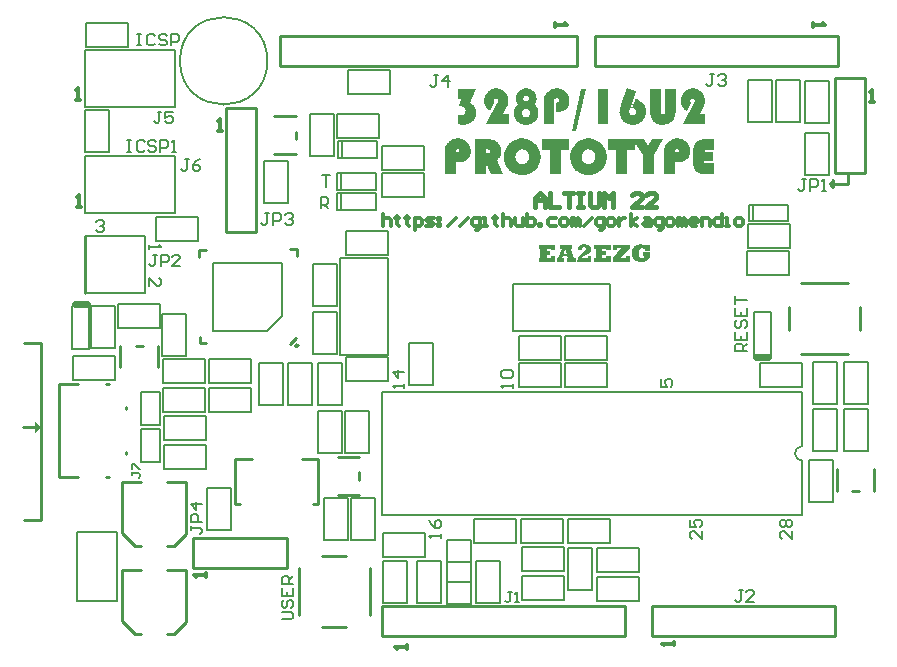
<source format=gto>
G04*
G04 #@! TF.GenerationSoftware,Altium Limited,Altium Designer,22.5.1 (42)*
G04*
G04 Layer_Color=65535*
%FSLAX44Y44*%
%MOMM*%
G71*
G04*
G04 #@! TF.SameCoordinates,34FB0FCD-49E4-40E2-9EDC-7902339FC661*
G04*
G04*
G04 #@! TF.FilePolarity,Positive*
G04*
G01*
G75*
%ADD10C,0.2540*%
%ADD11C,0.2000*%
%ADD12C,0.6000*%
%ADD13C,0.3000*%
%ADD14C,0.4000*%
G36*
X-25000Y190000D02*
X-30000Y185000D01*
Y195000D01*
X-25000Y190000D01*
D02*
G37*
G36*
X457602Y339811D02*
X453807D01*
Y340991D01*
X450521D01*
Y338770D01*
X453368D01*
Y335831D01*
X450521D01*
Y333471D01*
X453807D01*
Y334605D01*
X457602D01*
Y330000D01*
X443788D01*
Y333448D01*
X444922D01*
Y340991D01*
X443788D01*
Y344462D01*
X457602D01*
Y339811D01*
D02*
G37*
G36*
X410814D02*
X407019D01*
Y340991D01*
X403734D01*
Y338770D01*
X406580D01*
Y335831D01*
X403734D01*
Y333471D01*
X407019D01*
Y334605D01*
X410814D01*
Y330000D01*
X397000D01*
Y333448D01*
X398134D01*
Y340991D01*
X397000D01*
Y344462D01*
X410814D01*
Y339811D01*
D02*
G37*
G36*
X483402Y344717D02*
X483634Y344693D01*
X483888Y344670D01*
X484189Y344624D01*
X484490Y344578D01*
X485161Y344416D01*
X485508Y344323D01*
X485855Y344184D01*
X486202Y344022D01*
X486549Y343861D01*
X486850Y343652D01*
X487151Y343421D01*
Y344462D01*
X490622D01*
Y339395D01*
X487151D01*
X487128Y339441D01*
X487058Y339557D01*
X486966Y339719D01*
X486827Y339927D01*
X486665Y340158D01*
X486457Y340390D01*
X486202Y340598D01*
X485948Y340806D01*
X485925Y340829D01*
X485832Y340876D01*
X485670Y340968D01*
X485462Y341061D01*
X485207Y341130D01*
X484930Y341223D01*
X484606Y341269D01*
X484235Y341292D01*
X484097D01*
X484004Y341269D01*
X483773Y341246D01*
X483472Y341176D01*
X483148Y341084D01*
X482801Y340922D01*
X482500Y340690D01*
X482222Y340390D01*
X482199Y340343D01*
X482176Y340297D01*
X482130Y340205D01*
X482084Y340112D01*
X482014Y339973D01*
X481968Y339834D01*
X481922Y339649D01*
X481852Y339441D01*
X481806Y339186D01*
X481736Y338932D01*
X481690Y338631D01*
X481667Y338284D01*
X481621Y337937D01*
X481598Y337543D01*
Y337104D01*
Y337081D01*
Y337011D01*
Y336872D01*
Y336734D01*
X481621Y336525D01*
X481644Y336317D01*
X481690Y335808D01*
X481760Y335276D01*
X481875Y334744D01*
X481945Y334512D01*
X482037Y334281D01*
X482130Y334072D01*
X482245Y333887D01*
X482269Y333841D01*
X482384Y333749D01*
X482523Y333610D01*
X482755Y333471D01*
X483032Y333309D01*
X483379Y333170D01*
X483773Y333078D01*
X484235Y333031D01*
X484328D01*
X484421Y333054D01*
X484536D01*
X484860Y333124D01*
X485230Y333286D01*
X485392Y333378D01*
X485578Y333517D01*
X485740Y333656D01*
X485902Y333841D01*
X486017Y334072D01*
X486110Y334327D01*
X486179Y334628D01*
X486202Y334975D01*
X484721D01*
Y337729D01*
X491177D01*
Y337705D01*
Y337636D01*
Y337497D01*
Y337335D01*
Y337150D01*
X491154Y336919D01*
Y336664D01*
X491131Y336386D01*
X491085Y335808D01*
X491039Y335229D01*
X490946Y334674D01*
X490900Y334420D01*
X490830Y334188D01*
Y334165D01*
X490807Y334142D01*
X490761Y334003D01*
X490668Y333772D01*
X490553Y333494D01*
X490368Y333147D01*
X490136Y332777D01*
X489835Y332360D01*
X489488Y331944D01*
Y331921D01*
X489442Y331897D01*
X489303Y331759D01*
X489095Y331550D01*
X488794Y331319D01*
X488447Y331041D01*
X488030Y330764D01*
X487545Y330509D01*
X487035Y330278D01*
X487012D01*
X486966Y330255D01*
X486897Y330231D01*
X486781Y330208D01*
X486642Y330162D01*
X486503Y330116D01*
X486110Y330023D01*
X485647Y329931D01*
X485138Y329838D01*
X484560Y329792D01*
X483958Y329769D01*
X483727D01*
X483541Y329792D01*
X483333D01*
X483079Y329815D01*
X482801Y329838D01*
X482500Y329861D01*
X482153Y329907D01*
X481806Y329977D01*
X481065Y330116D01*
X480279Y330301D01*
X479515Y330578D01*
X479492D01*
X479422Y330625D01*
X479330Y330671D01*
X479191Y330741D01*
X479029Y330810D01*
X478821Y330926D01*
X478381Y331203D01*
X477895Y331573D01*
X477386Y332013D01*
X477132Y332268D01*
X476877Y332545D01*
X476646Y332869D01*
X476438Y333193D01*
Y333216D01*
X476391Y333286D01*
X476345Y333378D01*
X476276Y333517D01*
X476183Y333679D01*
X476091Y333887D01*
X475998Y334096D01*
X475905Y334373D01*
X475790Y334651D01*
X475697Y334952D01*
X475512Y335646D01*
X475396Y336410D01*
X475373Y336803D01*
X475350Y337220D01*
Y337266D01*
Y337358D01*
X475373Y337543D01*
X475396Y337775D01*
X475419Y338076D01*
X475466Y338400D01*
X475535Y338770D01*
X475628Y339163D01*
X475743Y339580D01*
X475882Y340042D01*
X476067Y340482D01*
X476276Y340945D01*
X476530Y341385D01*
X476831Y341824D01*
X477155Y342264D01*
X477548Y342657D01*
X477571Y342680D01*
X477641Y342750D01*
X477780Y342842D01*
X477942Y342981D01*
X478173Y343143D01*
X478428Y343328D01*
X478728Y343513D01*
X479052Y343699D01*
X479446Y343884D01*
X479839Y344092D01*
X480302Y344254D01*
X480765Y344416D01*
X481274Y344555D01*
X481806Y344647D01*
X482384Y344717D01*
X482963Y344740D01*
X483217D01*
X483402Y344717D01*
D02*
G37*
G36*
X473638Y341523D02*
X466141Y333170D01*
X470306D01*
Y335137D01*
X473684D01*
Y330000D01*
X459407D01*
Y333286D01*
X466511Y341292D01*
X462901D01*
Y339510D01*
X459592D01*
Y344462D01*
X473638D01*
Y341523D01*
D02*
G37*
G36*
X435759Y344717D02*
X435967Y344693D01*
X436221Y344670D01*
X436499Y344647D01*
X436823Y344601D01*
X437471Y344439D01*
X438188Y344231D01*
X438535Y344092D01*
X438859Y343930D01*
X439206Y343745D01*
X439507Y343536D01*
X439530Y343513D01*
X439576Y343490D01*
X439646Y343421D01*
X439762Y343328D01*
X439877Y343213D01*
X440016Y343074D01*
X440155Y342889D01*
X440317Y342704D01*
X440595Y342264D01*
X440849Y341732D01*
X440965Y341431D01*
X441034Y341130D01*
X441081Y340783D01*
X441104Y340436D01*
Y340413D01*
Y340390D01*
Y340320D01*
X441081Y340228D01*
X441057Y339996D01*
X441011Y339672D01*
X440895Y339325D01*
X440757Y338932D01*
X440572Y338538D01*
X440294Y338145D01*
X440247Y338099D01*
X440201Y338029D01*
X440132Y337960D01*
X440039Y337867D01*
X439900Y337752D01*
X439762Y337613D01*
X439576Y337474D01*
X439391Y337312D01*
X439160Y337127D01*
X438905Y336942D01*
X438605Y336757D01*
X438281Y336549D01*
X437934Y336340D01*
X437540Y336132D01*
X437124Y335900D01*
X437101D01*
X437031Y335854D01*
X436939Y335808D01*
X436823Y335739D01*
X436661Y335669D01*
X436499Y335577D01*
X436106Y335345D01*
X435666Y335114D01*
X435249Y334882D01*
X434879Y334651D01*
X434717Y334535D01*
X434578Y334443D01*
X434555Y334420D01*
X434463Y334350D01*
X434347Y334258D01*
X434208Y334119D01*
X434046Y333934D01*
X433884Y333749D01*
X433722Y333540D01*
X433583Y333309D01*
X438142D01*
X438188Y334512D01*
X441196D01*
X441081Y330000D01*
X429534D01*
Y330023D01*
Y330069D01*
Y330208D01*
Y330370D01*
Y330416D01*
Y330440D01*
Y330463D01*
Y330532D01*
Y330648D01*
X429557Y330787D01*
Y330949D01*
X429580Y331157D01*
X429603Y331388D01*
X429650Y331643D01*
X429742Y332198D01*
X429904Y332823D01*
X430112Y333448D01*
X430390Y334049D01*
X430413Y334096D01*
X430483Y334188D01*
X430575Y334350D01*
X430714Y334558D01*
X430899Y334813D01*
X431107Y335091D01*
X431362Y335392D01*
X431640Y335692D01*
X431686Y335739D01*
X431778Y335831D01*
X431940Y335993D01*
X432172Y336201D01*
X432450Y336456D01*
X432774Y336710D01*
X433144Y337011D01*
X433560Y337312D01*
X433583Y337335D01*
X433653Y337382D01*
X433745Y337451D01*
X433861Y337543D01*
X434023Y337659D01*
X434208Y337798D01*
X434602Y338099D01*
X435018Y338423D01*
X435411Y338770D01*
X435782Y339071D01*
X435920Y339233D01*
X436036Y339348D01*
X436059Y339371D01*
X436129Y339464D01*
X436221Y339580D01*
X436314Y339765D01*
X436406Y339950D01*
X436499Y340158D01*
X436568Y340413D01*
X436591Y340644D01*
Y340667D01*
Y340760D01*
X436568Y340876D01*
X436545Y341014D01*
X436499Y341176D01*
X436429Y341338D01*
X436337Y341523D01*
X436198Y341685D01*
X436175Y341708D01*
X436129Y341755D01*
X436036Y341824D01*
X435920Y341894D01*
X435759Y341963D01*
X435573Y342033D01*
X435342Y342079D01*
X435087Y342102D01*
X435018D01*
X434949Y342079D01*
X434833D01*
X434578Y341986D01*
X434440Y341940D01*
X434278Y341847D01*
X434139Y341755D01*
X433977Y341616D01*
X433838Y341454D01*
X433722Y341246D01*
X433606Y341014D01*
X433537Y340760D01*
X433491Y340436D01*
X433468Y340089D01*
X429742Y340181D01*
Y340205D01*
Y340297D01*
X429765Y340413D01*
X429789Y340575D01*
X429812Y340783D01*
X429858Y341014D01*
X429927Y341269D01*
X429997Y341547D01*
X430205Y342125D01*
X430344Y342426D01*
X430506Y342704D01*
X430691Y342981D01*
X430899Y343259D01*
X431131Y343490D01*
X431408Y343699D01*
X431431Y343722D01*
X431478Y343745D01*
X431570Y343791D01*
X431686Y343861D01*
X431848Y343930D01*
X432033Y344022D01*
X432241Y344115D01*
X432473Y344231D01*
X432750Y344323D01*
X433051Y344416D01*
X433375Y344508D01*
X433722Y344578D01*
X434092Y344647D01*
X434463Y344693D01*
X434879Y344740D01*
X435573D01*
X435759Y344717D01*
D02*
G37*
G36*
X425276Y340991D02*
X424119D01*
X426896Y333448D01*
X427961D01*
Y330000D01*
X420394D01*
Y333170D01*
X421667D01*
X421111Y334998D01*
X417409D01*
X416784Y333170D01*
X417964D01*
Y330000D01*
X412249D01*
Y333448D01*
X413336D01*
X416044Y340991D01*
X414887D01*
Y344462D01*
X425276D01*
Y340991D01*
D02*
G37*
G36*
X494155Y420290D02*
Y404000D01*
X484668D01*
Y420290D01*
X478328Y430678D01*
Y424548D01*
X471756D01*
Y404000D01*
X462269D01*
Y424548D01*
X455698D01*
Y433711D01*
X485871D01*
X489296Y427787D01*
X493045Y433711D01*
X502300D01*
X494155Y420290D01*
D02*
G37*
G36*
X514981Y434405D02*
X515351Y434359D01*
X515814Y434266D01*
X516323Y434174D01*
X516878Y434081D01*
X518081Y433711D01*
X518729Y433433D01*
X519377Y433156D01*
X520025Y432785D01*
X520673Y432369D01*
X521275Y431906D01*
X521876Y431351D01*
X521922Y431305D01*
X522015Y431212D01*
X522154Y431027D01*
X522385Y430795D01*
X522617Y430518D01*
X522894Y430148D01*
X523172Y429731D01*
X523450Y429222D01*
X523727Y428713D01*
X524051Y428111D01*
X524283Y427510D01*
X524514Y426815D01*
X524745Y426121D01*
X524884Y425335D01*
X524977Y424548D01*
X525023Y423715D01*
Y423669D01*
Y423530D01*
Y423298D01*
X524977Y422974D01*
X524931Y422604D01*
X524884Y422188D01*
X524699Y421262D01*
X524375Y420198D01*
X524144Y419642D01*
X523913Y419133D01*
X523589Y418624D01*
X523218Y418115D01*
X522802Y417699D01*
X522339Y417282D01*
X522293Y417236D01*
X522200Y417143D01*
X522061Y416958D01*
X521830Y416773D01*
X521552Y416495D01*
X521228Y416218D01*
X520812Y415940D01*
X520349Y415616D01*
X519794Y415292D01*
X519238Y415014D01*
X518591Y414737D01*
X517850Y414459D01*
X517109Y414274D01*
X516277Y414089D01*
X515397Y413996D01*
X514472Y413950D01*
X512713D01*
Y422373D01*
X512806D01*
X513130Y422419D01*
X513546Y422465D01*
X514009Y422558D01*
X514472Y422743D01*
X514888Y423021D01*
X515212Y423437D01*
X515258Y423669D01*
X515305Y423946D01*
Y423992D01*
Y424178D01*
X515212Y424409D01*
X515120Y424640D01*
X514934Y424918D01*
X514657Y425103D01*
X514286Y425288D01*
X513778Y425335D01*
X513731D01*
X513546Y425288D01*
X513315Y425242D01*
X513037Y425103D01*
X512713Y424826D01*
X512482Y424455D01*
X512296Y423992D01*
X512250Y423669D01*
Y423298D01*
Y404000D01*
X502763D01*
Y422373D01*
Y422419D01*
Y422511D01*
Y422650D01*
Y422836D01*
X502809Y423391D01*
X502856Y424039D01*
X502902Y424779D01*
X502994Y425566D01*
X503133Y426353D01*
X503318Y427093D01*
X503365Y427186D01*
X503411Y427417D01*
X503550Y427741D01*
X503781Y428158D01*
X504013Y428620D01*
X504337Y429083D01*
X504753Y429592D01*
X505216Y430009D01*
Y430055D01*
X505308Y430101D01*
X505494Y430379D01*
X505864Y430795D01*
X506327Y431305D01*
X506928Y431860D01*
X507622Y432415D01*
X508409Y432971D01*
X509242Y433387D01*
X509288D01*
X509335Y433433D01*
X509473Y433480D01*
X509659Y433572D01*
X510121Y433711D01*
X510769Y433942D01*
X511510Y434128D01*
X512343Y434266D01*
X513268Y434405D01*
X514194Y434451D01*
X514657D01*
X514981Y434405D01*
D02*
G37*
G36*
X329218D02*
X329588Y434359D01*
X330051Y434266D01*
X330560Y434174D01*
X331115Y434081D01*
X332318Y433711D01*
X332966Y433433D01*
X333614Y433156D01*
X334262Y432785D01*
X334910Y432369D01*
X335512Y431906D01*
X336113Y431351D01*
X336159Y431305D01*
X336252Y431212D01*
X336391Y431027D01*
X336622Y430795D01*
X336854Y430518D01*
X337131Y430148D01*
X337409Y429731D01*
X337687Y429222D01*
X337964Y428713D01*
X338288Y428111D01*
X338520Y427510D01*
X338751Y426815D01*
X338982Y426121D01*
X339121Y425335D01*
X339214Y424548D01*
X339260Y423715D01*
Y423669D01*
Y423530D01*
Y423298D01*
X339214Y422974D01*
X339168Y422604D01*
X339121Y422188D01*
X338936Y421262D01*
X338612Y420198D01*
X338381Y419642D01*
X338149Y419133D01*
X337826Y418624D01*
X337455Y418115D01*
X337039Y417699D01*
X336576Y417282D01*
X336530Y417236D01*
X336437Y417143D01*
X336298Y416958D01*
X336067Y416773D01*
X335789Y416495D01*
X335465Y416218D01*
X335049Y415940D01*
X334586Y415616D01*
X334031Y415292D01*
X333475Y415014D01*
X332827Y414737D01*
X332087Y414459D01*
X331346Y414274D01*
X330513Y414089D01*
X329634Y413996D01*
X328708Y413950D01*
X326950D01*
Y422373D01*
X327043D01*
X327366Y422419D01*
X327783Y422465D01*
X328246Y422558D01*
X328708Y422743D01*
X329125Y423021D01*
X329449Y423437D01*
X329495Y423669D01*
X329542Y423946D01*
Y423992D01*
Y424178D01*
X329449Y424409D01*
X329356Y424640D01*
X329171Y424918D01*
X328894Y425103D01*
X328523Y425288D01*
X328014Y425335D01*
X327968D01*
X327783Y425288D01*
X327552Y425242D01*
X327274Y425103D01*
X326950Y424826D01*
X326718Y424455D01*
X326533Y423992D01*
X326487Y423669D01*
Y423298D01*
Y404000D01*
X317000D01*
Y422373D01*
Y422419D01*
Y422511D01*
Y422650D01*
Y422836D01*
X317046Y423391D01*
X317093Y424039D01*
X317139Y424779D01*
X317231Y425566D01*
X317370Y426353D01*
X317555Y427093D01*
X317602Y427186D01*
X317648Y427417D01*
X317787Y427741D01*
X318018Y428158D01*
X318249Y428620D01*
X318573Y429083D01*
X318990Y429592D01*
X319453Y430009D01*
Y430055D01*
X319545Y430101D01*
X319730Y430379D01*
X320101Y430795D01*
X320564Y431305D01*
X321165Y431860D01*
X321859Y432415D01*
X322646Y432971D01*
X323479Y433387D01*
X323525D01*
X323572Y433433D01*
X323710Y433480D01*
X323895Y433572D01*
X324358Y433711D01*
X325006Y433942D01*
X325747Y434128D01*
X326580Y434266D01*
X327505Y434405D01*
X328431Y434451D01*
X328894D01*
X329218Y434405D01*
D02*
G37*
G36*
X545062Y424548D02*
X538814D01*
X538537Y424501D01*
X538259Y424409D01*
X537935Y424316D01*
X537657Y424131D01*
X537472Y423900D01*
X537380Y423576D01*
Y423530D01*
Y423483D01*
X537426Y423206D01*
X537519Y422928D01*
X537704Y422697D01*
X537796Y422650D01*
X537889D01*
X538027Y422604D01*
X538259Y422558D01*
X538537D01*
X538861Y422511D01*
X544507D01*
Y415200D01*
X538120D01*
X537889Y415153D01*
X537472Y415107D01*
X537241Y415061D01*
X537102Y414968D01*
X537056Y414922D01*
X536963Y414783D01*
X536871Y414552D01*
X536824Y414181D01*
Y414135D01*
Y414089D01*
X536871Y413811D01*
X536963Y413533D01*
X537009Y413395D01*
X537102Y413302D01*
X537195Y413256D01*
X537287D01*
X537426Y413209D01*
X537657Y413163D01*
X537981D01*
X538352Y413117D01*
X545062D01*
Y404000D01*
X537380D01*
X537009Y404046D01*
X536593Y404093D01*
X536130Y404139D01*
X535621Y404185D01*
X535019Y404278D01*
X533816Y404555D01*
X532567Y405018D01*
X531919Y405249D01*
X531317Y405574D01*
X530762Y405944D01*
X530253Y406360D01*
X530206Y406407D01*
X530160Y406453D01*
X530021Y406592D01*
X529836Y406823D01*
X529651Y407054D01*
X529420Y407378D01*
X529188Y407702D01*
X528957Y408119D01*
X528679Y408582D01*
X528448Y409091D01*
X528216Y409646D01*
X528031Y410294D01*
X527846Y410942D01*
X527707Y411682D01*
X527661Y412423D01*
X527615Y413256D01*
Y424548D01*
Y424594D01*
Y424733D01*
Y424964D01*
X527661Y425288D01*
X527707Y425612D01*
X527754Y426075D01*
X527846Y426538D01*
X527939Y427047D01*
X528216Y428111D01*
X528679Y429222D01*
X528957Y429777D01*
X529281Y430333D01*
X529697Y430842D01*
X530114Y431305D01*
X530160Y431351D01*
X530253Y431397D01*
X530392Y431536D01*
X530577Y431675D01*
X530854Y431860D01*
X531132Y432045D01*
X531502Y432276D01*
X531919Y432508D01*
X532382Y432739D01*
X532937Y432971D01*
X533492Y433156D01*
X534140Y433341D01*
X534788Y433480D01*
X535528Y433618D01*
X536269Y433665D01*
X537102Y433711D01*
X545062D01*
Y424548D01*
D02*
G37*
G36*
X422238D02*
X415666D01*
Y404000D01*
X406179D01*
Y424548D01*
X399608D01*
Y433711D01*
X422238D01*
Y424548D01*
D02*
G37*
G36*
X354763Y433665D02*
X355180Y433618D01*
X355689Y433572D01*
X356244Y433480D01*
X356846Y433387D01*
X358142Y433063D01*
X358790Y432878D01*
X359484Y432600D01*
X360132Y432276D01*
X360780Y431952D01*
X361381Y431536D01*
X361937Y431073D01*
X361983Y431027D01*
X362076Y430934D01*
X362261Y430795D01*
X362446Y430564D01*
X362677Y430240D01*
X362955Y429916D01*
X363279Y429500D01*
X363603Y429083D01*
X363880Y428574D01*
X364204Y428019D01*
X364482Y427371D01*
X364713Y426723D01*
X364899Y426029D01*
X365084Y425288D01*
X365176Y424548D01*
X365223Y423715D01*
Y423669D01*
Y423530D01*
X365176Y423252D01*
Y422928D01*
X365084Y422558D01*
X365037Y422095D01*
X364899Y421586D01*
X364760Y421031D01*
X364528Y420429D01*
X364297Y419827D01*
X363973Y419226D01*
X363603Y418578D01*
X363186Y417930D01*
X362631Y417328D01*
X362076Y416727D01*
X361381Y416171D01*
X366333Y404000D01*
X356568D01*
X352264Y413626D01*
Y421586D01*
X353468D01*
X353745Y421632D01*
X354116Y421679D01*
X354532Y421817D01*
X354949Y422049D01*
X355273Y422373D01*
X355550Y422836D01*
X355597Y423113D01*
X355643Y423437D01*
Y423530D01*
X355597Y423715D01*
X355504Y423946D01*
X355319Y424270D01*
X354995Y424548D01*
X354763Y424687D01*
X354532Y424826D01*
X354208Y424918D01*
X353838Y425011D01*
X353421Y425057D01*
X351940D01*
Y404000D01*
X342453D01*
Y433711D01*
X354393D01*
X354763Y433665D01*
D02*
G37*
G36*
X439685Y434405D02*
X440148Y434359D01*
X440703Y434313D01*
X441351Y434220D01*
X442045Y434081D01*
X442832Y433896D01*
X443665Y433618D01*
X444544Y433341D01*
X445424Y432971D01*
X446349Y432508D01*
X447275Y431952D01*
X448200Y431351D01*
X449080Y430657D01*
X449959Y429824D01*
X450005Y429777D01*
X450144Y429638D01*
X450376Y429361D01*
X450653Y428991D01*
X451023Y428574D01*
X451394Y428019D01*
X451810Y427417D01*
X452227Y426723D01*
X452643Y425982D01*
X453060Y425149D01*
X453430Y424224D01*
X453800Y423252D01*
X454078Y422234D01*
X454309Y421169D01*
X454448Y420013D01*
X454494Y418856D01*
Y418763D01*
Y418578D01*
X454448Y418208D01*
X454402Y417745D01*
X454356Y417189D01*
X454263Y416542D01*
X454124Y415801D01*
X453939Y415014D01*
X453661Y414181D01*
X453384Y413302D01*
X453013Y412377D01*
X452551Y411451D01*
X452042Y410479D01*
X451440Y409553D01*
X450700Y408674D01*
X449913Y407795D01*
X449866Y407749D01*
X449728Y407610D01*
X449450Y407378D01*
X449126Y407101D01*
X448663Y406730D01*
X448154Y406360D01*
X447506Y405944D01*
X446812Y405527D01*
X446072Y405111D01*
X445239Y404694D01*
X444313Y404324D01*
X443341Y403954D01*
X442277Y403676D01*
X441212Y403445D01*
X440055Y403306D01*
X438852Y403260D01*
X438574D01*
X438204Y403306D01*
X437788Y403352D01*
X437232Y403398D01*
X436584Y403491D01*
X435844Y403630D01*
X435057Y403815D01*
X434178Y404046D01*
X433299Y404370D01*
X432373Y404740D01*
X431447Y405157D01*
X430522Y405712D01*
X429596Y406314D01*
X428671Y407008D01*
X427791Y407795D01*
X427745Y407841D01*
X427606Y408026D01*
X427375Y408258D01*
X427097Y408628D01*
X426727Y409044D01*
X426357Y409600D01*
X425940Y410201D01*
X425524Y410896D01*
X425107Y411682D01*
X424691Y412515D01*
X424320Y413441D01*
X423950Y414413D01*
X423673Y415431D01*
X423441Y416542D01*
X423302Y417652D01*
X423256Y418856D01*
Y418948D01*
Y419133D01*
X423302Y419503D01*
X423349Y419966D01*
X423395Y420522D01*
X423488Y421169D01*
X423626Y421910D01*
X423811Y422697D01*
X424089Y423530D01*
X424367Y424409D01*
X424737Y425335D01*
X425200Y426260D01*
X425709Y427232D01*
X426311Y428158D01*
X427051Y429037D01*
X427838Y429916D01*
X427884Y429962D01*
X428069Y430101D01*
X428301Y430333D01*
X428671Y430610D01*
X429087Y430980D01*
X429643Y431351D01*
X430244Y431767D01*
X430985Y432184D01*
X431725Y432600D01*
X432604Y433017D01*
X433530Y433387D01*
X434502Y433757D01*
X435566Y434035D01*
X436677Y434266D01*
X437880Y434405D01*
X439084Y434451D01*
X439361D01*
X439685Y434405D01*
D02*
G37*
G36*
X383595D02*
X384058Y434359D01*
X384613Y434313D01*
X385261Y434220D01*
X385955Y434081D01*
X386742Y433896D01*
X387575Y433618D01*
X388455Y433341D01*
X389334Y432971D01*
X390259Y432508D01*
X391185Y431952D01*
X392110Y431351D01*
X392990Y430657D01*
X393869Y429824D01*
X393915Y429777D01*
X394054Y429638D01*
X394286Y429361D01*
X394563Y428991D01*
X394934Y428574D01*
X395304Y428019D01*
X395720Y427417D01*
X396137Y426723D01*
X396553Y425982D01*
X396970Y425149D01*
X397340Y424224D01*
X397710Y423252D01*
X397988Y422234D01*
X398219Y421169D01*
X398358Y420013D01*
X398404Y418856D01*
Y418763D01*
Y418578D01*
X398358Y418208D01*
X398312Y417745D01*
X398266Y417189D01*
X398173Y416542D01*
X398034Y415801D01*
X397849Y415014D01*
X397571Y414181D01*
X397294Y413302D01*
X396923Y412377D01*
X396461Y411451D01*
X395952Y410479D01*
X395350Y409553D01*
X394609Y408674D01*
X393823Y407795D01*
X393777Y407749D01*
X393638Y407610D01*
X393360Y407378D01*
X393036Y407101D01*
X392573Y406730D01*
X392064Y406360D01*
X391416Y405944D01*
X390722Y405527D01*
X389982Y405111D01*
X389149Y404694D01*
X388223Y404324D01*
X387251Y403954D01*
X386187Y403676D01*
X385122Y403445D01*
X383965Y403306D01*
X382762Y403260D01*
X382485D01*
X382114Y403306D01*
X381698Y403352D01*
X381142Y403398D01*
X380494Y403491D01*
X379754Y403630D01*
X378967Y403815D01*
X378088Y404046D01*
X377209Y404370D01*
X376283Y404740D01*
X375358Y405157D01*
X374432Y405712D01*
X373506Y406314D01*
X372581Y407008D01*
X371702Y407795D01*
X371655Y407841D01*
X371516Y408026D01*
X371285Y408258D01*
X371007Y408628D01*
X370637Y409044D01*
X370267Y409600D01*
X369850Y410201D01*
X369434Y410896D01*
X369017Y411682D01*
X368601Y412515D01*
X368231Y413441D01*
X367860Y414413D01*
X367583Y415431D01*
X367351Y416542D01*
X367212Y417652D01*
X367166Y418856D01*
Y418948D01*
Y419133D01*
X367212Y419503D01*
X367259Y419966D01*
X367305Y420522D01*
X367398Y421169D01*
X367537Y421910D01*
X367722Y422697D01*
X367999Y423530D01*
X368277Y424409D01*
X368647Y425335D01*
X369110Y426260D01*
X369619Y427232D01*
X370221Y428158D01*
X370961Y429037D01*
X371748Y429916D01*
X371794Y429962D01*
X371979Y430101D01*
X372211Y430333D01*
X372581Y430610D01*
X372997Y430980D01*
X373553Y431351D01*
X374154Y431767D01*
X374895Y432184D01*
X375635Y432600D01*
X376515Y433017D01*
X377440Y433387D01*
X378412Y433757D01*
X379476Y434035D01*
X380587Y434266D01*
X381790Y434405D01*
X382994Y434451D01*
X383271D01*
X383595Y434405D01*
D02*
G37*
G36*
X412922Y476727D02*
X413338Y476681D01*
X413755Y476635D01*
X414264Y476542D01*
X414819Y476403D01*
X415976Y476033D01*
X416624Y475802D01*
X417272Y475478D01*
X417873Y475154D01*
X418521Y474737D01*
X419123Y474274D01*
X419725Y473719D01*
X419771Y473673D01*
X419863Y473580D01*
X420002Y473395D01*
X420187Y473164D01*
X420419Y472886D01*
X420696Y472516D01*
X420974Y472099D01*
X421252Y471637D01*
X421530Y471128D01*
X421807Y470572D01*
X422085Y469971D01*
X422316Y469276D01*
X422501Y468582D01*
X422640Y467842D01*
X422733Y467055D01*
X422779Y466222D01*
Y466176D01*
Y466037D01*
Y465805D01*
X422733Y465481D01*
X422686Y465111D01*
X422640Y464695D01*
X422548Y464232D01*
X422455Y463723D01*
X422085Y462612D01*
X421900Y462011D01*
X421622Y461409D01*
X421298Y460854D01*
X420928Y460252D01*
X420511Y459697D01*
X420002Y459188D01*
X419956Y459141D01*
X419863Y459095D01*
X419725Y458956D01*
X419539Y458817D01*
X419262Y458632D01*
X418938Y458401D01*
X418568Y458169D01*
X418105Y457984D01*
X417642Y457753D01*
X417087Y457522D01*
X416439Y457290D01*
X415745Y457105D01*
X415050Y456966D01*
X414217Y456827D01*
X413384Y456781D01*
X412459Y456735D01*
X411163D01*
Y464463D01*
X411394D01*
X411580Y464510D01*
X411996Y464556D01*
X412505Y464741D01*
X412968Y464972D01*
X413384Y465343D01*
X413569Y465574D01*
X413708Y465852D01*
X413755Y466129D01*
X413801Y466500D01*
Y466592D01*
X413755Y466777D01*
X413708Y467101D01*
X413569Y467472D01*
X413292Y467795D01*
X412922Y468119D01*
X412459Y468304D01*
X412135Y468397D01*
X411672D01*
X411441Y468351D01*
X411117Y468258D01*
X410746Y468073D01*
X410376Y467749D01*
X410052Y467286D01*
X409913Y467009D01*
X409821Y466685D01*
X409775Y466268D01*
X409728Y465805D01*
Y446600D01*
X400982D01*
Y464880D01*
Y464926D01*
Y465019D01*
Y465158D01*
Y465343D01*
X401028Y465898D01*
X401074Y466546D01*
X401120Y467286D01*
X401213Y468073D01*
X401352Y468814D01*
X401537Y469554D01*
X401583Y469647D01*
X401630Y469878D01*
X401768Y470202D01*
X402000Y470665D01*
X402277Y471220D01*
X402601Y471775D01*
X403018Y472377D01*
X403481Y472979D01*
X403573Y473071D01*
X403758Y473256D01*
X404082Y473580D01*
X404545Y473997D01*
X405101Y474413D01*
X405795Y474876D01*
X406535Y475339D01*
X407368Y475755D01*
X407414D01*
X407461Y475802D01*
X407599Y475848D01*
X407785Y475894D01*
X408247Y476079D01*
X408849Y476264D01*
X409543Y476450D01*
X410376Y476635D01*
X411256Y476727D01*
X412181Y476773D01*
X412598D01*
X412922Y476727D01*
D02*
G37*
G36*
X512560Y456920D02*
Y456874D01*
Y456688D01*
Y456457D01*
X512514Y456087D01*
X512467Y455670D01*
X512421Y455161D01*
X512328Y454606D01*
X512190Y454004D01*
X511819Y452755D01*
X511588Y452061D01*
X511264Y451413D01*
X510940Y450719D01*
X510524Y450071D01*
X510061Y449469D01*
X509506Y448867D01*
X509459Y448821D01*
X509367Y448729D01*
X509182Y448590D01*
X508950Y448405D01*
X508672Y448173D01*
X508302Y447896D01*
X507886Y447664D01*
X507377Y447387D01*
X506821Y447062D01*
X506220Y446831D01*
X505572Y446553D01*
X504878Y446322D01*
X504091Y446137D01*
X503258Y445998D01*
X502425Y445906D01*
X501499Y445859D01*
X501036D01*
X500666Y445906D01*
X500250Y445952D01*
X499787Y445998D01*
X499278Y446091D01*
X498676Y446230D01*
X497473Y446553D01*
X496825Y446831D01*
X496223Y447109D01*
X495575Y447433D01*
X494974Y447803D01*
X494419Y448266D01*
X493909Y448775D01*
X493863Y448821D01*
X493817Y448914D01*
X493678Y449099D01*
X493493Y449330D01*
X493308Y449608D01*
X493077Y449978D01*
X492845Y450441D01*
X492614Y450904D01*
X492336Y451505D01*
X492105Y452107D01*
X491873Y452801D01*
X491688Y453542D01*
X491503Y454375D01*
X491364Y455254D01*
X491318Y456180D01*
X491272Y457198D01*
Y476033D01*
X500018D01*
Y457198D01*
Y457151D01*
Y457105D01*
Y456966D01*
X500065Y456781D01*
X500111Y456365D01*
X500250Y455902D01*
X500481Y455393D01*
X500805Y454976D01*
X501036Y454791D01*
X501268Y454652D01*
X501592Y454606D01*
X501916Y454560D01*
X502008D01*
X502193Y454606D01*
X502517Y454698D01*
X502888Y454884D01*
X503212Y455208D01*
X503397Y455439D01*
X503535Y455670D01*
X503628Y455994D01*
X503721Y456318D01*
X503813Y456735D01*
Y457198D01*
Y476033D01*
X512560D01*
Y456920D01*
D02*
G37*
G36*
X338829Y464695D02*
X338876D01*
X338968Y464602D01*
X339061Y464510D01*
X339246Y464417D01*
X339709Y464047D01*
X340310Y463584D01*
X340912Y463029D01*
X341560Y462381D01*
X342115Y461640D01*
X342624Y460900D01*
X342670Y460807D01*
X342809Y460530D01*
X342994Y460113D01*
X343226Y459511D01*
X343457Y458771D01*
X343642Y457938D01*
X343781Y456966D01*
X343827Y455948D01*
Y455902D01*
Y455763D01*
Y455532D01*
X343781Y455254D01*
X343735Y454884D01*
X343642Y454467D01*
X343550Y453958D01*
X343457Y453449D01*
X343041Y452338D01*
X342809Y451737D01*
X342485Y451135D01*
X342161Y450533D01*
X341698Y449932D01*
X341236Y449330D01*
X340680Y448775D01*
X340634Y448729D01*
X340542Y448636D01*
X340356Y448497D01*
X340125Y448312D01*
X339801Y448081D01*
X339431Y447849D01*
X339014Y447572D01*
X338552Y447340D01*
X337996Y447062D01*
X337441Y446785D01*
X336793Y446553D01*
X336099Y446322D01*
X335405Y446137D01*
X334618Y445998D01*
X333831Y445906D01*
X332998Y445859D01*
X332582D01*
X332072Y445906D01*
X331425Y445998D01*
X330638Y446091D01*
X329805Y446230D01*
X328926Y446461D01*
X328000Y446785D01*
Y455115D01*
X328093Y455069D01*
X328324Y454930D01*
X328648Y454745D01*
X329111Y454560D01*
X329620Y454328D01*
X330129Y454143D01*
X330684Y454004D01*
X331240Y453958D01*
X331471D01*
X331749Y454004D01*
X332119Y454097D01*
X332489Y454236D01*
X332906Y454421D01*
X333322Y454652D01*
X333739Y455023D01*
X333785Y455069D01*
X333924Y455208D01*
X334062Y455439D01*
X334294Y455763D01*
X334479Y456133D01*
X334618Y456596D01*
X334757Y457105D01*
X334803Y457707D01*
Y457799D01*
Y458031D01*
X334710Y458355D01*
X334618Y458771D01*
X334433Y459234D01*
X334155Y459697D01*
X333739Y460206D01*
X333229Y460622D01*
X333183Y460668D01*
X332952Y460807D01*
X332628Y460992D01*
X332165Y461178D01*
X331563Y461363D01*
X330869Y461548D01*
X330083Y461687D01*
X329157Y461733D01*
X331332Y467564D01*
X328093D01*
Y476033D01*
X343642D01*
X338829Y464695D01*
D02*
G37*
G36*
X527971Y476727D02*
X528341Y476681D01*
X528804Y476635D01*
X529267Y476542D01*
X529776Y476403D01*
X530933Y476033D01*
X531534Y475802D01*
X532136Y475524D01*
X532737Y475154D01*
X533385Y474737D01*
X533987Y474274D01*
X534542Y473765D01*
X534589Y473719D01*
X534681Y473627D01*
X534820Y473441D01*
X535005Y473210D01*
X535237Y472932D01*
X535514Y472608D01*
X535746Y472192D01*
X536069Y471729D01*
X536347Y471220D01*
X536579Y470665D01*
X537088Y469415D01*
X537273Y468721D01*
X537412Y468027D01*
X537504Y467240D01*
X537550Y466453D01*
Y466407D01*
Y466361D01*
Y466222D01*
Y466037D01*
X537504Y465574D01*
X537412Y464972D01*
X537273Y464278D01*
X537088Y463492D01*
X536810Y462659D01*
X536440Y461872D01*
X532923Y455115D01*
X537874D01*
Y446600D01*
X518854D01*
X528295Y464278D01*
X528619Y464880D01*
Y464926D01*
X528665Y465019D01*
X528757Y465158D01*
X528850Y465343D01*
X528989Y465805D01*
X529035Y466315D01*
Y466407D01*
X528989Y466592D01*
X528943Y466870D01*
X528757Y467194D01*
X528526Y467518D01*
X528156Y467795D01*
X527647Y467980D01*
X527323Y468073D01*
X526814D01*
X526675Y468027D01*
X526443Y467980D01*
X525981Y467842D01*
X525749Y467657D01*
X525518Y467472D01*
Y467425D01*
X525425Y467379D01*
X525333Y467240D01*
X525240Y467055D01*
X525055Y466592D01*
X525009Y466361D01*
X524963Y466037D01*
Y465991D01*
Y465898D01*
X525009Y465713D01*
X525055Y465528D01*
X525148Y465250D01*
X525286Y464972D01*
X525472Y464695D01*
X525749Y464417D01*
X521954Y457707D01*
X521908D01*
X521862Y457753D01*
X521584Y457984D01*
X521121Y458262D01*
X520612Y458725D01*
X520011Y459234D01*
X519409Y459882D01*
X518807Y460622D01*
X518298Y461409D01*
Y461455D01*
X518252Y461502D01*
X518206Y461640D01*
X518113Y461825D01*
X517882Y462288D01*
X517697Y462890D01*
X517465Y463630D01*
X517234Y464510D01*
X517095Y465435D01*
X517049Y466453D01*
Y466500D01*
Y466638D01*
Y466870D01*
X517095Y467147D01*
X517141Y467518D01*
X517188Y467934D01*
X517280Y468443D01*
X517419Y468952D01*
X517789Y470063D01*
X518021Y470665D01*
X518298Y471313D01*
X518622Y471914D01*
X519039Y472516D01*
X519502Y473117D01*
X520011Y473719D01*
X520057Y473765D01*
X520150Y473858D01*
X520335Y473997D01*
X520566Y474182D01*
X520844Y474413D01*
X521168Y474691D01*
X521584Y474969D01*
X522047Y475246D01*
X522556Y475524D01*
X523111Y475802D01*
X524361Y476311D01*
X525009Y476496D01*
X525749Y476635D01*
X526490Y476727D01*
X527276Y476773D01*
X527693D01*
X527971Y476727D01*
D02*
G37*
G36*
X455452Y446600D02*
X447122D01*
Y476033D01*
X455452D01*
Y446600D01*
D02*
G37*
G36*
X361506Y476727D02*
X361876Y476681D01*
X362339Y476635D01*
X362802Y476542D01*
X363311Y476403D01*
X364468Y476033D01*
X365069Y475802D01*
X365671Y475524D01*
X366273Y475154D01*
X366921Y474737D01*
X367522Y474274D01*
X368077Y473765D01*
X368124Y473719D01*
X368216Y473627D01*
X368355Y473441D01*
X368540Y473210D01*
X368772Y472932D01*
X369049Y472608D01*
X369281Y472192D01*
X369605Y471729D01*
X369882Y471220D01*
X370114Y470665D01*
X370623Y469415D01*
X370808Y468721D01*
X370947Y468027D01*
X371039Y467240D01*
X371086Y466453D01*
Y466407D01*
Y466361D01*
Y466222D01*
Y466037D01*
X371039Y465574D01*
X370947Y464972D01*
X370808Y464278D01*
X370623Y463492D01*
X370345Y462659D01*
X369975Y461872D01*
X366458Y455115D01*
X371409D01*
Y446600D01*
X352389D01*
X361830Y464278D01*
X362154Y464880D01*
Y464926D01*
X362200Y465019D01*
X362293Y465158D01*
X362385Y465343D01*
X362524Y465805D01*
X362570Y466315D01*
Y466407D01*
X362524Y466592D01*
X362478Y466870D01*
X362293Y467194D01*
X362061Y467518D01*
X361691Y467795D01*
X361182Y467980D01*
X360858Y468073D01*
X360349D01*
X360210Y468027D01*
X359979Y467980D01*
X359516Y467842D01*
X359285Y467657D01*
X359053Y467472D01*
Y467425D01*
X358960Y467379D01*
X358868Y467240D01*
X358775Y467055D01*
X358590Y466592D01*
X358544Y466361D01*
X358498Y466037D01*
Y465991D01*
Y465898D01*
X358544Y465713D01*
X358590Y465528D01*
X358683Y465250D01*
X358822Y464972D01*
X359007Y464695D01*
X359285Y464417D01*
X355490Y457707D01*
X355443D01*
X355397Y457753D01*
X355119Y457984D01*
X354657Y458262D01*
X354147Y458725D01*
X353546Y459234D01*
X352944Y459882D01*
X352343Y460622D01*
X351834Y461409D01*
Y461455D01*
X351787Y461502D01*
X351741Y461640D01*
X351648Y461825D01*
X351417Y462288D01*
X351232Y462890D01*
X351001Y463630D01*
X350769Y464510D01*
X350630Y465435D01*
X350584Y466453D01*
Y466500D01*
Y466638D01*
Y466870D01*
X350630Y467147D01*
X350677Y467518D01*
X350723Y467934D01*
X350816Y468443D01*
X350954Y468952D01*
X351325Y470063D01*
X351556Y470665D01*
X351834Y471313D01*
X352158Y471914D01*
X352574Y472516D01*
X353037Y473117D01*
X353546Y473719D01*
X353592Y473765D01*
X353685Y473858D01*
X353870Y473997D01*
X354101Y474182D01*
X354379Y474413D01*
X354703Y474691D01*
X355119Y474969D01*
X355582Y475246D01*
X356091Y475524D01*
X356647Y475802D01*
X357896Y476311D01*
X358544Y476496D01*
X359285Y476635D01*
X360025Y476727D01*
X360812Y476773D01*
X361228D01*
X361506Y476727D01*
D02*
G37*
G36*
X479378Y474136D02*
X473639Y458077D01*
Y458031D01*
X473593Y457984D01*
X473547Y457660D01*
X473454Y457244D01*
X473408Y456827D01*
Y456781D01*
Y456642D01*
X473454Y456411D01*
X473501Y456133D01*
X473593Y455855D01*
X473778Y455485D01*
X473963Y455161D01*
X474241Y454837D01*
X474287Y454791D01*
X474380Y454698D01*
X474565Y454560D01*
X474843Y454421D01*
X475120Y454282D01*
X475490Y454143D01*
X475907Y454051D01*
X476324Y454004D01*
X476509D01*
X476740Y454051D01*
X477018Y454097D01*
X477342Y454189D01*
X477666Y454375D01*
X477990Y454560D01*
X478313Y454837D01*
X478360Y454884D01*
X478452Y454976D01*
X478591Y455161D01*
X478776Y455393D01*
X478915Y455717D01*
X479054Y456041D01*
X479147Y456457D01*
X479193Y456874D01*
Y456920D01*
Y457059D01*
X479147Y457290D01*
X479100Y457568D01*
X478961Y457892D01*
X478823Y458262D01*
X478591Y458586D01*
X478313Y458910D01*
X478267Y458956D01*
X478175Y459049D01*
X477990Y459188D01*
X477758Y459373D01*
X477481Y459511D01*
X477110Y459650D01*
X476740Y459743D01*
X476324Y459789D01*
X476138D01*
X475861Y459743D01*
X475490Y459650D01*
X478961Y468119D01*
X479008D01*
X479147Y468027D01*
X479378Y467934D01*
X479702Y467749D01*
X480072Y467564D01*
X480535Y467333D01*
X481507Y466824D01*
X482571Y466129D01*
X483682Y465343D01*
X484700Y464463D01*
X485163Y464001D01*
X485579Y463538D01*
X485626Y463492D01*
X485672Y463445D01*
X485764Y463260D01*
X485903Y463075D01*
X486042Y462844D01*
X486227Y462520D01*
X486412Y462196D01*
X486598Y461779D01*
X486968Y460854D01*
X487292Y459789D01*
X487523Y458540D01*
X487616Y457845D01*
Y457151D01*
Y457105D01*
Y456920D01*
Y456688D01*
X487569Y456365D01*
X487523Y455948D01*
X487430Y455485D01*
X487338Y454930D01*
X487199Y454375D01*
X487014Y453727D01*
X486829Y453079D01*
X486551Y452431D01*
X486227Y451737D01*
X485857Y451043D01*
X485394Y450395D01*
X484931Y449747D01*
X484330Y449099D01*
X484283Y449053D01*
X484191Y448960D01*
X484006Y448821D01*
X483728Y448590D01*
X483404Y448358D01*
X483034Y448081D01*
X482617Y447803D01*
X482108Y447479D01*
X481553Y447201D01*
X480951Y446877D01*
X480257Y446600D01*
X479563Y446368D01*
X478823Y446137D01*
X478036Y445998D01*
X477203Y445906D01*
X476324Y445859D01*
X475907D01*
X475583Y445906D01*
X475167Y445952D01*
X474704Y446044D01*
X474195Y446137D01*
X473639Y446276D01*
X473038Y446461D01*
X472436Y446646D01*
X471788Y446924D01*
X471094Y447248D01*
X470446Y447618D01*
X469752Y448081D01*
X469104Y448590D01*
X468456Y449145D01*
X468410Y449191D01*
X468317Y449284D01*
X468132Y449469D01*
X467947Y449747D01*
X467669Y450024D01*
X467392Y450441D01*
X467114Y450857D01*
X466790Y451320D01*
X466466Y451875D01*
X466189Y452477D01*
X465633Y453773D01*
X465448Y454467D01*
X465263Y455254D01*
X465170Y456041D01*
X465124Y456827D01*
Y456874D01*
Y456920D01*
Y457059D01*
X465170Y457198D01*
Y457429D01*
X465217Y457707D01*
X465263Y458031D01*
X465309Y458401D01*
X465402Y458817D01*
X465494Y459280D01*
X465633Y459789D01*
X465772Y460391D01*
X465957Y460992D01*
X466189Y461687D01*
X466420Y462427D01*
X466698Y463214D01*
X471649Y476866D01*
X479378Y474136D01*
D02*
G37*
G36*
X386682Y476727D02*
X387006Y476681D01*
X387376Y476635D01*
X388301Y476450D01*
X389319Y476172D01*
X390384Y475755D01*
X390893Y475478D01*
X391448Y475154D01*
X391957Y474737D01*
X392420Y474321D01*
X392466Y474274D01*
X392513Y474228D01*
X392651Y474089D01*
X392790Y473904D01*
X393022Y473627D01*
X393207Y473349D01*
X393438Y473025D01*
X393670Y472655D01*
X394132Y471729D01*
X394549Y470711D01*
X394827Y469462D01*
X394873Y468814D01*
X394919Y468119D01*
Y468073D01*
Y468027D01*
Y467888D01*
X394873Y467703D01*
X394827Y467194D01*
X394734Y466592D01*
X394503Y465852D01*
X394225Y465065D01*
X393855Y464278D01*
X393299Y463445D01*
X393392Y463353D01*
X393623Y463121D01*
X393901Y462751D01*
X394318Y462288D01*
X394734Y461733D01*
X395150Y461178D01*
X395521Y460530D01*
X395845Y459928D01*
X395891Y459836D01*
X395937Y459650D01*
X396076Y459326D01*
X396215Y458864D01*
X396307Y458308D01*
X396446Y457660D01*
X396493Y456920D01*
X396539Y456087D01*
Y456041D01*
Y455902D01*
Y455670D01*
X396493Y455346D01*
X396446Y454976D01*
X396400Y454560D01*
X396307Y454051D01*
X396169Y453542D01*
X395798Y452385D01*
X395567Y451783D01*
X395289Y451135D01*
X394919Y450533D01*
X394503Y449932D01*
X394040Y449330D01*
X393531Y448775D01*
X393484Y448729D01*
X393392Y448636D01*
X393207Y448497D01*
X392975Y448312D01*
X392698Y448081D01*
X392327Y447849D01*
X391957Y447572D01*
X391494Y447340D01*
X390939Y447062D01*
X390384Y446785D01*
X389782Y446553D01*
X389134Y446322D01*
X388440Y446137D01*
X387700Y445998D01*
X386913Y445906D01*
X386080Y445859D01*
X385663D01*
X385339Y445906D01*
X384969Y445952D01*
X384506Y445998D01*
X383997Y446091D01*
X383442Y446230D01*
X382285Y446553D01*
X381637Y446831D01*
X381035Y447109D01*
X380388Y447433D01*
X379786Y447803D01*
X379184Y448266D01*
X378583Y448775D01*
X378536Y448821D01*
X378444Y448914D01*
X378305Y449053D01*
X378120Y449284D01*
X377889Y449608D01*
X377657Y449932D01*
X377379Y450348D01*
X377102Y450765D01*
X376824Y451274D01*
X376547Y451829D01*
X376315Y452431D01*
X376084Y453079D01*
X375899Y453773D01*
X375760Y454513D01*
X375667Y455300D01*
X375621Y456087D01*
Y456133D01*
Y456180D01*
Y456457D01*
X375667Y456874D01*
X375713Y457383D01*
X375806Y457984D01*
X375899Y458632D01*
X376084Y459280D01*
X376315Y459928D01*
X376361Y460021D01*
X376454Y460206D01*
X376639Y460576D01*
X376917Y460992D01*
X377241Y461502D01*
X377703Y462103D01*
X378213Y462751D01*
X378814Y463445D01*
Y463492D01*
X378768Y463538D01*
X378583Y463815D01*
X378305Y464278D01*
X378027Y464834D01*
X377750Y465528D01*
X377472Y466315D01*
X377287Y467240D01*
X377241Y468166D01*
Y468212D01*
Y468351D01*
Y468536D01*
X377287Y468767D01*
X377333Y469091D01*
X377379Y469462D01*
X377565Y470341D01*
X377842Y471313D01*
X378259Y472331D01*
X378536Y472840D01*
X378907Y473349D01*
X379277Y473858D01*
X379693Y474321D01*
X379740Y474367D01*
X379832Y474413D01*
X379971Y474552D01*
X380156Y474691D01*
X380388Y474876D01*
X380665Y475107D01*
X381035Y475339D01*
X381406Y475570D01*
X382331Y475987D01*
X383442Y476403D01*
X384645Y476681D01*
X385339Y476727D01*
X386034Y476773D01*
X386404D01*
X386682Y476727D01*
D02*
G37*
G36*
X428610Y441000D02*
X424676D01*
X432729Y476033D01*
X436663D01*
X428610Y441000D01*
D02*
G37*
%LPC*%
G36*
X419329Y340783D02*
X417964Y336780D01*
X420556D01*
X419329Y340783D01*
D02*
G37*
G36*
X438852Y425057D02*
X438621D01*
X438436Y425011D01*
X437973Y424964D01*
X437417Y424826D01*
X436769Y424594D01*
X436075Y424270D01*
X435381Y423807D01*
X434687Y423206D01*
X434594Y423113D01*
X434409Y422882D01*
X434132Y422511D01*
X433854Y422002D01*
X433530Y421355D01*
X433252Y420614D01*
X433067Y419781D01*
X432975Y418856D01*
Y418809D01*
Y418763D01*
Y418624D01*
X433021Y418439D01*
X433067Y417930D01*
X433206Y417328D01*
X433391Y416634D01*
X433715Y415894D01*
X434132Y415153D01*
X434687Y414459D01*
X434780Y414366D01*
X435011Y414181D01*
X435381Y413904D01*
X435890Y413580D01*
X436492Y413209D01*
X437186Y412932D01*
X437973Y412747D01*
X438852Y412654D01*
X439084D01*
X439269Y412700D01*
X439731Y412747D01*
X440287Y412886D01*
X440935Y413117D01*
X441629Y413395D01*
X442369Y413857D01*
X443017Y414459D01*
X443110Y414552D01*
X443295Y414783D01*
X443573Y415153D01*
X443896Y415709D01*
X444220Y416310D01*
X444498Y417097D01*
X444683Y417930D01*
X444776Y418856D01*
Y418902D01*
Y418994D01*
Y419087D01*
X444729Y419272D01*
X444683Y419781D01*
X444544Y420383D01*
X444359Y421077D01*
X444035Y421817D01*
X443619Y422558D01*
X443017Y423252D01*
X442925Y423344D01*
X442693Y423530D01*
X442369Y423807D01*
X441860Y424178D01*
X441259Y424501D01*
X440518Y424779D01*
X439731Y424964D01*
X438852Y425057D01*
D02*
G37*
G36*
X382762D02*
X382531D01*
X382346Y425011D01*
X381883Y424964D01*
X381328Y424826D01*
X380680Y424594D01*
X379985Y424270D01*
X379291Y423807D01*
X378597Y423206D01*
X378504Y423113D01*
X378319Y422882D01*
X378042Y422511D01*
X377764Y422002D01*
X377440Y421355D01*
X377162Y420614D01*
X376977Y419781D01*
X376885Y418856D01*
Y418809D01*
Y418763D01*
Y418624D01*
X376931Y418439D01*
X376977Y417930D01*
X377116Y417328D01*
X377301Y416634D01*
X377625Y415894D01*
X378042Y415153D01*
X378597Y414459D01*
X378690Y414366D01*
X378921Y414181D01*
X379291Y413904D01*
X379800Y413580D01*
X380402Y413209D01*
X381096Y412932D01*
X381883Y412747D01*
X382762Y412654D01*
X382994D01*
X383179Y412700D01*
X383642Y412747D01*
X384197Y412886D01*
X384845Y413117D01*
X385539Y413395D01*
X386279Y413857D01*
X386927Y414459D01*
X387020Y414552D01*
X387205Y414783D01*
X387483Y415153D01*
X387807Y415709D01*
X388130Y416310D01*
X388408Y417097D01*
X388593Y417930D01*
X388686Y418856D01*
Y418902D01*
Y418994D01*
Y419087D01*
X388640Y419272D01*
X388593Y419781D01*
X388455Y420383D01*
X388269Y421077D01*
X387945Y421817D01*
X387529Y422558D01*
X386927Y423252D01*
X386835Y423344D01*
X386603Y423530D01*
X386279Y423807D01*
X385770Y424178D01*
X385169Y424501D01*
X384428Y424779D01*
X383642Y424964D01*
X382762Y425057D01*
D02*
G37*
G36*
X385941Y470480D02*
X385802D01*
X385617Y470433D01*
X385386Y470387D01*
X385108Y470294D01*
X384830Y470156D01*
X384553Y469971D01*
X384275Y469739D01*
X384229Y469693D01*
X384183Y469600D01*
X384044Y469462D01*
X383951Y469276D01*
X383673Y468721D01*
X383627Y468397D01*
X383581Y468073D01*
Y468027D01*
Y467888D01*
X383627Y467703D01*
X383673Y467425D01*
X383766Y467147D01*
X383858Y466824D01*
X384044Y466500D01*
X384275Y466222D01*
X384321Y466176D01*
X384414Y466129D01*
X384553Y465991D01*
X384738Y465898D01*
X385015Y465759D01*
X385293Y465620D01*
X385663Y465574D01*
X386034Y465528D01*
X386219D01*
X386358Y465574D01*
X386589Y465620D01*
X386867Y465713D01*
X387144Y465852D01*
X387422Y466037D01*
X387700Y466268D01*
X387746Y466315D01*
X387839Y466407D01*
X387931Y466546D01*
X388070Y466777D01*
X388348Y467286D01*
X388394Y467610D01*
X388440Y467980D01*
Y468027D01*
Y468166D01*
X388394Y468351D01*
X388348Y468582D01*
X388255Y468860D01*
X388116Y469184D01*
X387931Y469462D01*
X387700Y469739D01*
X387653Y469785D01*
X387561Y469878D01*
X387422Y469971D01*
X387237Y470109D01*
X386959Y470248D01*
X386682Y470387D01*
X386311Y470433D01*
X385941Y470480D01*
D02*
G37*
G36*
X386034Y459465D02*
X385802D01*
X385525Y459419D01*
X385154Y459326D01*
X384784Y459188D01*
X384321Y459002D01*
X383905Y458771D01*
X383488Y458401D01*
X383442Y458355D01*
X383349Y458216D01*
X383164Y457984D01*
X382979Y457707D01*
X382794Y457336D01*
X382609Y456920D01*
X382516Y456457D01*
X382470Y455948D01*
Y455902D01*
Y455670D01*
X382516Y455393D01*
X382609Y455023D01*
X382701Y454606D01*
X382887Y454189D01*
X383118Y453727D01*
X383442Y453310D01*
X383488Y453264D01*
X383627Y453171D01*
X383858Y452986D01*
X384136Y452801D01*
X384506Y452616D01*
X384969Y452431D01*
X385478Y452338D01*
X386034Y452292D01*
X386311D01*
X386589Y452338D01*
X386913Y452431D01*
X387329Y452523D01*
X387746Y452709D01*
X388162Y452986D01*
X388579Y453310D01*
X388625Y453356D01*
X388718Y453495D01*
X388903Y453727D01*
X389088Y454051D01*
X389273Y454421D01*
X389458Y454884D01*
X389551Y455393D01*
X389597Y455948D01*
Y455994D01*
Y456180D01*
X389551Y456457D01*
X389458Y456781D01*
X389319Y457198D01*
X389134Y457568D01*
X388903Y457984D01*
X388533Y458401D01*
X388486Y458447D01*
X388348Y458586D01*
X388116Y458725D01*
X387839Y458956D01*
X387468Y459141D01*
X387052Y459280D01*
X386543Y459419D01*
X386034Y459465D01*
D02*
G37*
%LPD*%
D10*
X193414Y259000D02*
G03*
X193414Y259000I-1414J0D01*
G01*
X643000Y396000D02*
X659000D01*
Y404000D01*
X643000Y396000D02*
X646000Y393000D01*
Y399000D01*
X643000Y396000D02*
X646000Y399000D01*
X669000Y272000D02*
Y292000D01*
X619000Y252000D02*
X659000D01*
X619000Y312000D02*
X659000D01*
X609000Y272000D02*
Y292000D01*
X213500Y20500D02*
X233500D01*
X193500Y30500D02*
Y70500D01*
X253500Y30500D02*
Y70500D01*
X213500Y80500D02*
X233500D01*
X264160Y12700D02*
Y38100D01*
X469900D01*
Y12700D02*
Y38100D01*
X264160Y12700D02*
X469900D01*
X444500Y520700D02*
X650240D01*
X444500Y495300D02*
Y520700D01*
Y495300D02*
X650240D01*
Y520700D01*
X429260Y495300D02*
Y520700D01*
X177800Y495300D02*
X429260D01*
X177800D02*
Y520700D01*
X429260D01*
X103760Y70300D02*
X184000D01*
X103760Y95700D02*
X184000D01*
X103760Y70300D02*
Y95700D01*
X184000Y70300D02*
Y95700D01*
X132300Y355000D02*
Y460240D01*
Y355000D02*
X157700D01*
Y460240D01*
X132300D02*
X157700D01*
X647300Y405000D02*
Y485240D01*
X672700Y405000D02*
Y485240D01*
X647300D02*
X672700D01*
X647300Y405000D02*
X672700D01*
X-39000Y261000D02*
X-25000D01*
X-40000Y190000D02*
X-30000D01*
X-39000Y111000D02*
X-25000D01*
Y261000D01*
X-9000Y148000D02*
X7000D01*
X-9000D02*
Y226000D01*
X7000D01*
X30000Y148000D02*
X33000D01*
X30000Y226000D02*
X33000D01*
X47000Y167000D02*
Y169000D01*
Y205000D02*
Y207000D01*
X12700Y303530D02*
Y351790D01*
X492760Y12700D02*
X647700D01*
Y38100D01*
X492760D02*
X647700D01*
X492760Y12700D02*
Y38100D01*
X140000Y125000D02*
Y163000D01*
X154000D01*
X210000Y125000D02*
Y163000D01*
X196000D02*
X210000D01*
X140000Y125000D02*
X144000D01*
X206000D02*
X210000D01*
X186000Y341000D02*
X192000D01*
Y335000D02*
Y341000D01*
X110000Y261000D02*
Y266000D01*
Y261000D02*
X115000D01*
X186000Y260000D02*
X191000Y265000D01*
X109000Y334000D02*
Y340000D01*
X115000D01*
X173000Y453000D02*
X191000D01*
X173000Y421000D02*
X191000D01*
Y434000D02*
Y440000D01*
X55500Y258500D02*
X61500D01*
X74500Y240500D02*
Y258500D01*
X42500Y240500D02*
Y258500D01*
X681000Y136000D02*
Y154000D01*
X649000Y136000D02*
Y154000D01*
X662000Y136000D02*
X668000D01*
X244500Y145500D02*
Y151500D01*
X226500Y132500D02*
X244500D01*
X226500Y164500D02*
X244500D01*
X44000Y143000D02*
X60000D01*
X82000D02*
X98000D01*
X82000Y89000D02*
X88000D01*
X98000Y99000D01*
Y143000D01*
X44000Y100000D02*
Y143000D01*
Y100000D02*
X55000Y89000D01*
X60000D01*
X44000Y68500D02*
X60000D01*
X82000D02*
X98000D01*
X82000Y14500D02*
X88000D01*
X98000Y24500D01*
Y68500D01*
X44000Y25500D02*
Y68500D01*
Y25500D02*
X55000Y14500D01*
X60000D01*
D11*
X620020Y173890D02*
G03*
X620020Y161390I0J-6250D01*
G01*
X167000Y500000D02*
G03*
X167000Y500000I-37000J0D01*
G01*
X16000Y255808D02*
Y293808D01*
X2000Y255808D02*
X16000D01*
X2000D02*
Y292808D01*
X593000Y250000D02*
Y287000D01*
X579000D02*
X593000D01*
X579000Y249000D02*
Y287000D01*
X63500Y303530D02*
Y334010D01*
Y321310D02*
Y351790D01*
X12700D02*
X63500D01*
X12700Y303530D02*
X63500D01*
X12900Y389350D02*
Y419830D01*
Y371570D02*
Y402050D01*
Y371570D02*
X89100D01*
Y419830D01*
X12900D02*
X89100D01*
X12700Y509270D02*
X88900D01*
Y461010D02*
Y509270D01*
X12700Y461010D02*
X88900D01*
X12700D02*
Y491490D01*
Y478790D02*
Y509270D01*
X264840Y41220D02*
Y76780D01*
Y41220D02*
X285160D01*
Y76780D01*
X264840D02*
X285160D01*
X166300Y270850D02*
X179150Y283700D01*
X120850Y270850D02*
X166300D01*
X120850D02*
Y329150D01*
X179150D01*
Y283700D02*
Y329150D01*
X159840Y208720D02*
X180160D01*
X159840D02*
Y244280D01*
X180160D01*
Y208720D02*
Y244280D01*
X205740Y327660D02*
X226060D01*
Y292100D02*
Y327660D01*
X205740Y292100D02*
X226060D01*
X205740D02*
Y327660D01*
X184840Y208720D02*
X205160D01*
X184840D02*
Y244280D01*
X205160D01*
Y208720D02*
Y244280D01*
X209840Y167720D02*
X230160D01*
X209840D02*
Y203280D01*
X230160D01*
Y167720D02*
Y203280D01*
X264020Y115640D02*
Y219640D01*
X620020Y173890D02*
Y219640D01*
X264020D02*
X620020D01*
X264020Y115640D02*
X619270D01*
X619707Y116077D01*
X620020Y116390D02*
Y161390D01*
X619707Y116077D02*
X620020Y116390D01*
X40000Y43000D02*
Y101000D01*
X6000Y43000D02*
X40000D01*
X6000D02*
Y101000D01*
X40000D01*
X575000Y364000D02*
Y378000D01*
X608000Y364000D02*
Y378000D01*
X578000D02*
X608000D01*
X578000Y364000D02*
X608000D01*
X578000D02*
Y378000D01*
X575000D02*
X578000D01*
X575000Y364000D02*
X578000D01*
X227000Y418000D02*
Y432000D01*
X260000Y418000D02*
Y432000D01*
X230000D02*
X260000D01*
X230000Y418000D02*
X260000D01*
X230000D02*
Y432000D01*
X227000D02*
X230000D01*
X227000Y418000D02*
X230000D01*
X226000Y391000D02*
Y405000D01*
X259000Y391000D02*
Y405000D01*
X229000D02*
X259000D01*
X229000Y391000D02*
X259000D01*
X229000D02*
Y405000D01*
X226000D02*
X229000D01*
X226000Y391000D02*
X229000D01*
X226000Y374000D02*
Y388000D01*
X259000Y374000D02*
Y388000D01*
X229000D02*
X259000D01*
X229000Y374000D02*
X259000D01*
X229000D02*
Y388000D01*
X226000D02*
X229000D01*
X226000Y374000D02*
X229000D01*
X184160Y379220D02*
Y414780D01*
X163840Y379220D02*
Y414780D01*
X184160D01*
X163840Y379220D02*
X184160D01*
X264220Y407840D02*
X299780D01*
X264220Y428160D02*
X299780D01*
Y407840D02*
Y428160D01*
X264220Y407840D02*
Y428160D01*
Y384840D02*
X299780D01*
X264220Y405160D02*
X299780D01*
Y384840D02*
Y405160D01*
X264220Y384840D02*
Y405160D01*
X72720Y368160D02*
X108280D01*
X72720Y347840D02*
X108280D01*
X72720D02*
Y368160D01*
X108280Y347840D02*
Y368160D01*
X78720Y202840D02*
X114280D01*
X78720Y223160D02*
X114280D01*
Y202840D02*
Y223160D01*
X78720Y202840D02*
Y223160D01*
X79220Y178840D02*
X114780D01*
X79220Y199160D02*
X114780D01*
Y178840D02*
Y199160D01*
X79220Y178840D02*
Y199160D01*
Y154840D02*
X114780D01*
X79220Y175160D02*
X114780D01*
Y154840D02*
Y175160D01*
X79220Y154840D02*
Y175160D01*
X226060Y251460D02*
Y287020D01*
X205740Y251460D02*
Y287020D01*
X226060D01*
X205740Y251460D02*
X226060D01*
X618160Y448220D02*
Y483780D01*
X597840Y448220D02*
Y483780D01*
X618160D01*
X597840Y448220D02*
X618160D01*
X594160D02*
Y483780D01*
X573840Y448220D02*
Y483780D01*
X594160D01*
X573840Y448220D02*
X594160D01*
X642160Y403720D02*
Y439280D01*
X621840Y403720D02*
Y439280D01*
X642160D01*
X621840Y403720D02*
X642160D01*
X342220Y112160D02*
X377780D01*
X342220Y91840D02*
X377780D01*
X342220D02*
Y112160D01*
X377780Y91840D02*
Y112160D01*
X225720Y455160D02*
X261280D01*
X225720Y434840D02*
X261280D01*
X225720D02*
Y455160D01*
X261280Y434840D02*
Y455160D01*
X379720Y244160D02*
X415280D01*
X379720Y223840D02*
X415280D01*
X379720D02*
Y244160D01*
X415280Y223840D02*
Y244160D01*
X573720Y362160D02*
X609280D01*
X573720Y341840D02*
X609280D01*
X573720D02*
Y362160D01*
X609280Y341840D02*
Y362160D01*
X307160Y225720D02*
Y261280D01*
X286840Y225720D02*
Y261280D01*
X307160D01*
X286840Y225720D02*
X307160D01*
X2720Y229840D02*
X38280D01*
X2720Y250160D02*
X38280D01*
Y229840D02*
Y250160D01*
X2720Y229840D02*
Y250160D01*
X628840Y209220D02*
Y244780D01*
X649160Y209220D02*
Y244780D01*
X628840Y209220D02*
X649160D01*
X628840Y244780D02*
X649160D01*
X264720Y100160D02*
X300280D01*
X264720Y79840D02*
X300280D01*
X264720D02*
Y100160D01*
X300280Y79840D02*
Y100160D01*
X117720Y202840D02*
X153280D01*
X117720Y223160D02*
X153280D01*
Y202840D02*
Y223160D01*
X117720Y202840D02*
Y223160D01*
X318840Y58720D02*
Y94280D01*
X339160Y58720D02*
Y94280D01*
X318840Y58720D02*
X339160D01*
X318840Y94280D02*
X339160D01*
X318840Y39720D02*
Y75280D01*
X339160Y39720D02*
Y75280D01*
X318840Y39720D02*
X339160D01*
X318840Y75280D02*
X339160D01*
X60000Y191500D02*
Y219500D01*
Y191500D02*
X76000D01*
Y219500D01*
X60000D02*
X76000D01*
Y160500D02*
Y188500D01*
X60000D02*
X76000D01*
X60000Y160500D02*
Y188500D01*
Y160500D02*
X76000D01*
X375000Y311000D02*
X457000D01*
X375000Y271000D02*
Y311000D01*
Y271000D02*
X457000D01*
Y311000D01*
X268920Y251100D02*
Y333100D01*
X228920D02*
X268920D01*
X228920Y251100D02*
Y333100D01*
Y251100D02*
X268920D01*
X209840Y208720D02*
X230160D01*
X209840D02*
Y244280D01*
X230160D01*
Y208720D02*
Y244280D01*
X152780Y226840D02*
Y247160D01*
X117220Y226840D02*
X152780D01*
X117220D02*
Y247160D01*
X152780D01*
X12840Y458280D02*
X33160D01*
Y422720D02*
Y458280D01*
X12840Y422720D02*
X33160D01*
X12840D02*
Y458280D01*
X269240Y335280D02*
Y355600D01*
X233680Y335280D02*
X269240D01*
X233680D02*
Y355600D01*
X269240D01*
Y228600D02*
Y248920D01*
X233680Y228600D02*
X269240D01*
X233680D02*
Y248920D01*
X269240D01*
X621840Y447720D02*
X642160D01*
X621840D02*
Y483280D01*
X642160D01*
Y447720D02*
Y483280D01*
X115840Y138280D02*
X136160D01*
Y102720D02*
Y138280D01*
X115840Y102720D02*
X136160D01*
X115840D02*
Y138280D01*
X214840Y130280D02*
X235160D01*
Y94720D02*
Y130280D01*
X214840Y94720D02*
X235160D01*
X214840D02*
Y130280D01*
X417780Y43840D02*
Y64160D01*
X382220Y43840D02*
X417780D01*
X382220D02*
Y64160D01*
X417780D01*
X293840Y76780D02*
X314160D01*
Y41220D02*
Y76780D01*
X293840Y41220D02*
X314160D01*
X293840D02*
Y76780D01*
X343840D02*
X364160D01*
Y41220D02*
Y76780D01*
X343840Y41220D02*
X364160D01*
X343840D02*
Y76780D01*
X48780Y511840D02*
Y532160D01*
X13220Y511840D02*
X48780D01*
X13220D02*
Y532160D01*
X48780D01*
X446220Y66840D02*
Y87160D01*
X481780D01*
Y66840D02*
Y87160D01*
X446220Y66840D02*
X481780D01*
X418720Y223840D02*
Y244160D01*
X454280D01*
Y223840D02*
Y244160D01*
X418720Y223840D02*
X454280D01*
X270780Y471840D02*
Y492160D01*
X235220Y471840D02*
X270780D01*
X235220D02*
Y492160D01*
X270780D01*
X382220Y67840D02*
Y88160D01*
X417780D01*
Y67840D02*
Y88160D01*
X382220Y67840D02*
X417780D01*
X381720Y91840D02*
Y112160D01*
X417280D01*
Y91840D02*
Y112160D01*
X381720Y91840D02*
X417280D01*
X456780D02*
Y112160D01*
X421220Y91840D02*
X456780D01*
X421220D02*
Y112160D01*
X456780D01*
X379720Y246840D02*
Y267160D01*
X415280D01*
Y246840D02*
Y267160D01*
X379720Y246840D02*
X415280D01*
X202840Y419220D02*
X223160D01*
X202840D02*
Y454780D01*
X223160D01*
Y419220D02*
Y454780D01*
X454280Y246840D02*
Y267160D01*
X418720Y246840D02*
X454280D01*
X418720D02*
Y267160D01*
X454280D01*
X625840Y161780D02*
X646160D01*
Y126220D02*
Y161780D01*
X625840Y126220D02*
X646160D01*
X625840D02*
Y161780D01*
X232840Y203280D02*
X253160D01*
Y167720D02*
Y203280D01*
X232840Y167720D02*
X253160D01*
X232840D02*
Y203280D01*
X76280Y273840D02*
Y294160D01*
X40720Y273840D02*
X76280D01*
X40720D02*
Y294160D01*
X76280D01*
X114280Y226840D02*
Y247160D01*
X78720Y226840D02*
X114280D01*
X78720D02*
Y247160D01*
X114280D01*
X628840Y169720D02*
X649160D01*
X628840D02*
Y205280D01*
X649160D01*
Y169720D02*
Y205280D01*
X237840Y130280D02*
X258160D01*
Y94720D02*
Y130280D01*
X237840Y94720D02*
X258160D01*
X237840D02*
Y130280D01*
X608780Y318840D02*
Y339160D01*
X573220Y318840D02*
X608780D01*
X573220D02*
Y339160D01*
X608780D01*
X446220Y42840D02*
Y63160D01*
X481780D01*
Y42840D02*
Y63160D01*
X446220Y42840D02*
X481780D01*
X421840Y52220D02*
X442160D01*
X421840D02*
Y87780D01*
X442160D01*
Y52220D02*
Y87780D01*
X77840Y285280D02*
X98160D01*
Y249720D02*
Y285280D01*
X77840Y249720D02*
X98160D01*
X77840D02*
Y285280D01*
X619280Y223840D02*
Y244160D01*
X583720Y223840D02*
X619280D01*
X583720D02*
Y244160D01*
X619280D01*
X654840Y169720D02*
X675160D01*
X654840D02*
Y205280D01*
X675160D01*
Y169720D02*
Y205280D01*
X17840Y256720D02*
X38160D01*
X17840D02*
Y292280D01*
X38160D01*
Y256720D02*
Y292280D01*
X654840Y245280D02*
X675160D01*
Y209720D02*
Y245280D01*
X654840Y209720D02*
X675160D01*
X654840D02*
Y245280D01*
X212000Y375000D02*
Y384997D01*
X216998D01*
X218664Y383331D01*
Y379998D01*
X216998Y378332D01*
X212000D01*
X215332D02*
X218664Y375000D01*
X213000Y402997D02*
X219664D01*
X216332D01*
Y393000D01*
X611000Y101664D02*
Y95000D01*
X604336Y101664D01*
X602669D01*
X601003Y99998D01*
Y96666D01*
X602669Y95000D01*
Y104997D02*
X601003Y106663D01*
Y109995D01*
X602669Y111661D01*
X604336D01*
X606002Y109995D01*
X607668Y111661D01*
X609334D01*
X611000Y109995D01*
Y106663D01*
X609334Y104997D01*
X607668D01*
X606002Y106663D01*
X604336Y104997D01*
X602669D01*
X606002Y106663D02*
Y109995D01*
X535000Y101664D02*
Y95000D01*
X528335Y101664D01*
X526669D01*
X525003Y99998D01*
Y96666D01*
X526669Y95000D01*
X525003Y111661D02*
Y104997D01*
X530002D01*
X528335Y108329D01*
Y109995D01*
X530002Y111661D01*
X533334D01*
X535000Y109995D01*
Y106663D01*
X533334Y104997D01*
X314000Y96000D02*
Y99332D01*
Y97666D01*
X304003D01*
X305669Y96000D01*
X304003Y110995D02*
X305669Y107663D01*
X309002Y104331D01*
X312334D01*
X314000Y105997D01*
Y109329D01*
X312334Y110995D01*
X310668D01*
X309002Y109329D01*
Y104331D01*
X283000Y223000D02*
Y226332D01*
Y224666D01*
X273003D01*
X274669Y223000D01*
X283000Y236329D02*
X273003D01*
X278002Y231331D01*
Y237995D01*
X375000Y223000D02*
Y226332D01*
Y224666D01*
X365003D01*
X366669Y223000D01*
Y231331D02*
X365003Y232997D01*
Y236329D01*
X366669Y237995D01*
X373334D01*
X375000Y236329D01*
Y232997D01*
X373334Y231331D01*
X366669D01*
X500003Y230665D02*
Y224000D01*
X505002D01*
X503335Y227332D01*
Y228998D01*
X505002Y230665D01*
X508334D01*
X510000Y228998D01*
Y225666D01*
X508334Y224000D01*
X67000Y309335D02*
Y316000D01*
X73664Y309335D01*
X75331D01*
X76997Y311002D01*
Y314334D01*
X75331Y316000D01*
X22000Y363331D02*
X23666Y364997D01*
X26998D01*
X28665Y363331D01*
Y361665D01*
X26998Y359998D01*
X25332D01*
X26998D01*
X28665Y358332D01*
Y356666D01*
X26998Y355000D01*
X23666D01*
X22000Y356666D01*
X48000Y432997D02*
X51332D01*
X49666D01*
Y423000D01*
X48000D01*
X51332D01*
X62995Y431331D02*
X61329Y432997D01*
X57997D01*
X56331Y431331D01*
Y424666D01*
X57997Y423000D01*
X61329D01*
X62995Y424666D01*
X72992Y431331D02*
X71326Y432997D01*
X67994D01*
X66327Y431331D01*
Y429664D01*
X67994Y427998D01*
X71326D01*
X72992Y426332D01*
Y424666D01*
X71326Y423000D01*
X67994D01*
X66327Y424666D01*
X76324Y423000D02*
Y432997D01*
X81323D01*
X82989Y431331D01*
Y427998D01*
X81323Y426332D01*
X76324D01*
X86321Y423000D02*
X89653D01*
X87987D01*
Y432997D01*
X86321Y431331D01*
X57000Y522997D02*
X60332D01*
X58666D01*
Y513000D01*
X57000D01*
X60332D01*
X71995Y521331D02*
X70329Y522997D01*
X66997D01*
X65331Y521331D01*
Y514666D01*
X66997Y513000D01*
X70329D01*
X71995Y514666D01*
X81992Y521331D02*
X80326Y522997D01*
X76993D01*
X75327Y521331D01*
Y519664D01*
X76993Y517998D01*
X80326D01*
X81992Y516332D01*
Y514666D01*
X80326Y513000D01*
X76993D01*
X75327Y514666D01*
X85324Y513000D02*
Y522997D01*
X90323D01*
X91989Y521331D01*
Y517998D01*
X90323Y516332D01*
X85324D01*
X179003Y27000D02*
X187334D01*
X189000Y28666D01*
Y31998D01*
X187334Y33665D01*
X179003D01*
X180669Y43661D02*
X179003Y41995D01*
Y38663D01*
X180669Y36997D01*
X182335D01*
X184002Y38663D01*
Y41995D01*
X185668Y43661D01*
X187334D01*
X189000Y41995D01*
Y38663D01*
X187334Y36997D01*
X179003Y53658D02*
Y46993D01*
X189000D01*
Y53658D01*
X184002Y46993D02*
Y50326D01*
X189000Y56990D02*
X179003D01*
Y61989D01*
X180669Y63655D01*
X184002D01*
X185668Y61989D01*
Y56990D01*
Y60323D02*
X189000Y63655D01*
X573000Y254000D02*
X563003D01*
Y258998D01*
X564669Y260665D01*
X568002D01*
X569668Y258998D01*
Y254000D01*
Y257332D02*
X573000Y260665D01*
X563003Y270661D02*
Y263997D01*
X573000D01*
Y270661D01*
X568002Y263997D02*
Y267329D01*
X564669Y280658D02*
X563003Y278992D01*
Y275660D01*
X564669Y273993D01*
X566335D01*
X568002Y275660D01*
Y278992D01*
X569668Y280658D01*
X571334D01*
X573000Y278992D01*
Y275660D01*
X571334Y273993D01*
X563003Y290655D02*
Y283990D01*
X573000D01*
Y290655D01*
X568002Y283990D02*
Y287323D01*
X563003Y293987D02*
Y300652D01*
Y297319D01*
X573000D01*
X67000Y344000D02*
Y340668D01*
Y342334D01*
X76997D01*
X75331Y344000D01*
X102002Y106335D02*
Y103003D01*
Y104669D01*
X110332D01*
X111998Y103003D01*
Y101337D01*
X110332Y99671D01*
X111998Y109668D02*
X102002D01*
Y114666D01*
X103668Y116332D01*
X107000D01*
X108666Y114666D01*
Y109668D01*
X111998Y124663D02*
X102002D01*
X107000Y119664D01*
Y126329D01*
X168335Y370998D02*
X165003D01*
X166669D01*
Y362668D01*
X165003Y361002D01*
X163337D01*
X161671Y362668D01*
X171668Y361002D02*
Y370998D01*
X176666D01*
X178332Y369332D01*
Y366000D01*
X176666Y364334D01*
X171668D01*
X181665Y369332D02*
X183331Y370998D01*
X186663D01*
X188329Y369332D01*
Y367666D01*
X186663Y366000D01*
X184997D01*
X186663D01*
X188329Y364334D01*
Y362668D01*
X186663Y361002D01*
X183331D01*
X181665Y362668D01*
X73335Y335998D02*
X70003D01*
X71669D01*
Y327668D01*
X70003Y326002D01*
X68337D01*
X66671Y327668D01*
X76668Y326002D02*
Y335998D01*
X81666D01*
X83332Y334332D01*
Y331000D01*
X81666Y329334D01*
X76668D01*
X93329Y326002D02*
X86664D01*
X93329Y332666D01*
Y334332D01*
X91663Y335998D01*
X88331D01*
X86664Y334332D01*
X623002Y399998D02*
X619669D01*
X621335D01*
Y391668D01*
X619669Y390002D01*
X618003D01*
X616337Y391668D01*
X626334Y390002D02*
Y399998D01*
X631332D01*
X632998Y398332D01*
Y395000D01*
X631332Y393334D01*
X626334D01*
X636331Y390002D02*
X639663D01*
X637997D01*
Y399998D01*
X636331Y398332D01*
X52501Y151834D02*
Y149501D01*
Y150667D01*
X58333D01*
X59499Y149501D01*
Y148335D01*
X58333Y147169D01*
X52501Y154166D02*
Y158832D01*
X53667D01*
X58333Y154166D01*
X59499D01*
X100334Y416998D02*
X97002D01*
X98668D01*
Y408668D01*
X97002Y407002D01*
X95336D01*
X93669Y408668D01*
X110331Y416998D02*
X106998Y415332D01*
X103666Y412000D01*
Y408668D01*
X105332Y407002D01*
X108665D01*
X110331Y408668D01*
Y410334D01*
X108665Y412000D01*
X103666D01*
X77334Y456998D02*
X74002D01*
X75668D01*
Y448668D01*
X74002Y447002D01*
X72336D01*
X70669Y448668D01*
X87331Y456998D02*
X80666D01*
Y452000D01*
X83998Y453666D01*
X85665D01*
X87331Y452000D01*
Y448668D01*
X85665Y447002D01*
X82332D01*
X80666Y448668D01*
X311334Y487998D02*
X308002D01*
X309668D01*
Y479668D01*
X308002Y478002D01*
X306336D01*
X304669Y479668D01*
X319664Y478002D02*
Y487998D01*
X314666Y483000D01*
X321331D01*
X545334Y488998D02*
X542002D01*
X543668D01*
Y480668D01*
X542002Y479002D01*
X540336D01*
X538669Y480668D01*
X548666Y487332D02*
X550332Y488998D01*
X553665D01*
X555331Y487332D01*
Y485666D01*
X553665Y484000D01*
X551998D01*
X553665D01*
X555331Y482334D01*
Y480668D01*
X553665Y479002D01*
X550332D01*
X548666Y480668D01*
X569334Y51998D02*
X566002D01*
X567668D01*
Y43668D01*
X566002Y42002D01*
X564336D01*
X562669Y43668D01*
X579331Y42002D02*
X572666D01*
X579331Y48666D01*
Y50332D01*
X577664Y51998D01*
X574332D01*
X572666Y50332D01*
X374000Y50499D02*
X371001D01*
X372500D01*
Y43001D01*
X371001Y41501D01*
X369501D01*
X368002Y43001D01*
X376999Y41501D02*
X379998D01*
X378498D01*
Y50499D01*
X376999Y48999D01*
D12*
X4000Y293808D02*
X14000D01*
X581000Y249000D02*
X591000D01*
D13*
X285290Y1730D02*
Y5062D01*
Y3396D01*
X275293D01*
X276959Y1730D01*
X629110Y531670D02*
Y528338D01*
Y530004D01*
X639107D01*
X637441Y531670D01*
X410670D02*
Y528338D01*
Y530004D01*
X420667D01*
X419001Y531670D01*
X265000Y370329D02*
Y360332D01*
Y365331D01*
X266666Y366997D01*
X269998D01*
X271665Y365331D01*
Y360332D01*
X276663Y368663D02*
Y366997D01*
X274997D01*
X278329D01*
X276663D01*
Y361998D01*
X278329Y360332D01*
X284994Y368663D02*
Y366997D01*
X283327D01*
X286660D01*
X284994D01*
Y361998D01*
X286660Y360332D01*
X291658Y357000D02*
Y366997D01*
X296656D01*
X298323Y365331D01*
Y361998D01*
X296656Y360332D01*
X291658D01*
X301655D02*
X306653D01*
X308319Y361998D01*
X306653Y363665D01*
X303321D01*
X301655Y365331D01*
X303321Y366997D01*
X308319D01*
X311652D02*
X313318D01*
Y365331D01*
X311652D01*
Y366997D01*
Y361998D02*
X313318D01*
Y360332D01*
X311652D01*
Y361998D01*
X319982Y360332D02*
X326647Y366997D01*
X329979Y360332D02*
X336643Y366997D01*
X343308Y357000D02*
X344974D01*
X346640Y358666D01*
Y366997D01*
X341642D01*
X339976Y365331D01*
Y361998D01*
X341642Y360332D01*
X346640D01*
X349973D02*
X353305D01*
X351639D01*
Y366997D01*
X349973D01*
X359969Y368663D02*
Y366997D01*
X358303D01*
X361636D01*
X359969D01*
Y361998D01*
X361636Y360332D01*
X366634Y370329D02*
Y360332D01*
Y365331D01*
X368300Y366997D01*
X371632D01*
X373298Y365331D01*
Y360332D01*
X376631Y366997D02*
Y361998D01*
X378297Y360332D01*
X383295D01*
Y366997D01*
X386627Y370329D02*
Y360332D01*
X391626D01*
X393292Y361998D01*
Y363665D01*
Y365331D01*
X391626Y366997D01*
X386627D01*
X396624Y360332D02*
Y361998D01*
X398290D01*
Y360332D01*
X396624D01*
X411619Y366997D02*
X406621D01*
X404955Y365331D01*
Y361998D01*
X406621Y360332D01*
X411619D01*
X416618D02*
X419950D01*
X421616Y361998D01*
Y365331D01*
X419950Y366997D01*
X416618D01*
X414952Y365331D01*
Y361998D01*
X416618Y360332D01*
X424948D02*
Y366997D01*
X426615D01*
X428281Y365331D01*
Y360332D01*
Y365331D01*
X429947Y366997D01*
X431613Y365331D01*
Y360332D01*
X434945D02*
X441610Y366997D01*
X448274Y357000D02*
X449940D01*
X451606Y358666D01*
Y366997D01*
X446608D01*
X444942Y365331D01*
Y361998D01*
X446608Y360332D01*
X451606D01*
X456605D02*
X459937D01*
X461603Y361998D01*
Y365331D01*
X459937Y366997D01*
X456605D01*
X454939Y365331D01*
Y361998D01*
X456605Y360332D01*
X464935Y366997D02*
Y360332D01*
Y363665D01*
X466602Y365331D01*
X468268Y366997D01*
X469934D01*
X474932Y360332D02*
Y370329D01*
Y363665D02*
X479931Y366997D01*
X474932Y363665D02*
X479931Y360332D01*
X486595Y366997D02*
X489927D01*
X491594Y365331D01*
Y360332D01*
X486595D01*
X484929Y361998D01*
X486595Y363665D01*
X491594D01*
X498258Y357000D02*
X499924D01*
X501590Y358666D01*
Y366997D01*
X496592D01*
X494926Y365331D01*
Y361998D01*
X496592Y360332D01*
X501590D01*
X506589D02*
X509921D01*
X511587Y361998D01*
Y365331D01*
X509921Y366997D01*
X506589D01*
X504923Y365331D01*
Y361998D01*
X506589Y360332D01*
X514919D02*
Y366997D01*
X516586D01*
X518252Y365331D01*
Y360332D01*
Y365331D01*
X519918Y366997D01*
X521584Y365331D01*
Y360332D01*
X529915D02*
X526582D01*
X524916Y361998D01*
Y365331D01*
X526582Y366997D01*
X529915D01*
X531581Y365331D01*
Y363665D01*
X524916D01*
X534913Y360332D02*
Y366997D01*
X539911D01*
X541577Y365331D01*
Y360332D01*
X551574Y370329D02*
Y360332D01*
X546576D01*
X544910Y361998D01*
Y365331D01*
X546576Y366997D01*
X551574D01*
X554907Y360332D02*
X558239D01*
X556573D01*
Y366997D01*
X554907D01*
X564903Y360332D02*
X568236D01*
X569902Y361998D01*
Y365331D01*
X568236Y366997D01*
X564903D01*
X563237Y365331D01*
Y361998D01*
X564903Y360332D01*
X115000Y63000D02*
Y66332D01*
Y64666D01*
X105003D01*
X106669Y63000D01*
X125000Y441000D02*
X128332D01*
X126666D01*
Y450997D01*
X125000Y449331D01*
X677000Y465000D02*
X680332D01*
X678666D01*
Y474997D01*
X677000Y473331D01*
X6000Y376000D02*
X9332D01*
X7666D01*
Y385997D01*
X6000Y384331D01*
X5000Y467000D02*
X8332D01*
X6666D01*
Y476997D01*
X5000Y475331D01*
X511000Y5000D02*
Y8332D01*
Y6666D01*
X501003D01*
X502669Y5000D01*
D14*
X394000Y376000D02*
Y383997D01*
X397999Y387996D01*
X401997Y383997D01*
Y376000D01*
Y381998D01*
X394000D01*
X405996Y387996D02*
Y376000D01*
X413993D01*
X417992Y387996D02*
X425990D01*
X421991D01*
Y376000D01*
X429988Y387996D02*
X433987D01*
X431988D01*
Y376000D01*
X429988D01*
X433987D01*
X439985Y387996D02*
Y377999D01*
X441984Y376000D01*
X445983D01*
X447982Y377999D01*
Y387996D01*
X451981Y376000D02*
Y387996D01*
X455980Y383997D01*
X459979Y387996D01*
Y376000D01*
X483971D02*
X475974D01*
X483971Y383997D01*
Y385997D01*
X481972Y387996D01*
X477973D01*
X475974Y385997D01*
X495967Y376000D02*
X487970D01*
X495967Y383997D01*
Y385997D01*
X493968Y387996D01*
X489969D01*
X487970Y385997D01*
M02*

</source>
